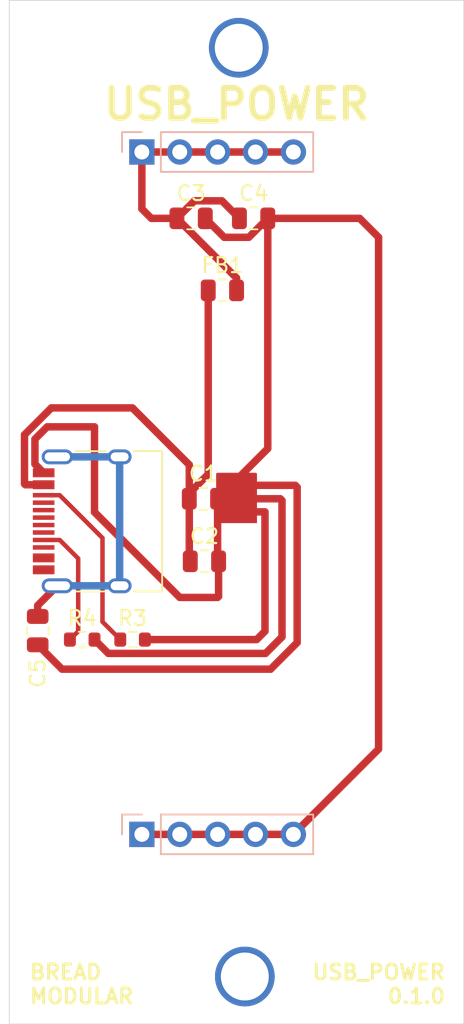
<source format=kicad_pcb>
(kicad_pcb (version 20240108) (generator "pcbnew") (generator_version "8.0")
  (layers (0 "F.Cu" signal) (31 "B.Cu" signal) (34 "B.Paste" user) (35 "F.Paste" user) (36 "B.SilkS" user "B.Silkscreen") (37 "F.SilkS" user "F.Silkscreen") (38 "B.Mask" user) (39 "F.Mask" user) (44 "Edge.Cuts" user))
  (net 0 "")
  (net 1 "GND")
  (net 2 "+5V")
  (net 3 "Net-(C1-Pad1)")
  (net 4 "Net-(J1-SHIELD)")
  (net 5 "Net-(J1-CC1)")
  (net 6 "Net-(J1-CC2)")
  (footprint "Capacitor_SMD:C_0805_2012Metric" (layer "F.Cu") (at 60.01 74.033)
    (property "Reference" "C1" (at 0 -1.68 0) (layer "F.SilkS"))
    (property "Value" "10uf")
    (fp_line (start -0.261252 -0.735) (end 0.261252 -0.735) (stroke (width 0.12)) (layer "F.SilkS"))
    (fp_line (start -0.261252 0.735) (end 0.261252 0.735) (stroke (width 0.12)) (layer "F.SilkS"))
    (pad "1" smd roundrect (at -0.95 0) (size 1 1.45) (layers "F.Cu" "F.Paste" "F.Mask") (net 3 "Net-(C1-Pad1)"))
    (pad "2" smd roundrect (at 0.95 0) (size 1 1.45) (layers "F.Cu" "F.Paste" "F.Mask") (net 1 "GND"))
  )
  (footprint "Resistor_SMD:R_0603_1608Metric" (layer "F.Cu") (at 55.2582 83.4698)
    (property "Reference" "R3" (at 0 -1.43 0) (layer "F.SilkS"))
    (property "Value" "5.1k")
    (fp_line (start -0.237258 -0.5225) (end 0.237258 -0.5225) (stroke (width 0.12)) (layer "F.SilkS"))
    (fp_line (start -0.237258 0.5225) (end 0.237258 0.5225) (stroke (width 0.12)) (layer "F.SilkS"))
    (pad "1" smd roundrect (at -0.825 0) (size 0.8 0.95) (layers "F.Cu" "F.Paste" "F.Mask") (net 6 "Net-(J1-CC2)"))
    (pad "2" smd roundrect (at 0.825 0) (size 0.8 0.95) (layers "F.Cu" "F.Paste" "F.Mask") (net 1 "GND"))
  )
  (footprint "Resistor_SMD:R_0603_1608Metric" (layer "F.Cu") (at 51.88 83.4698)
    (property "Reference" "R4" (at 0 -1.43 0) (layer "F.SilkS"))
    (property "Value" "5.1k")
    (fp_line (start -0.237258 -0.5225) (end 0.237258 -0.5225) (stroke (width 0.12)) (layer "F.SilkS"))
    (fp_line (start -0.237258 0.5225) (end 0.237258 0.5225) (stroke (width 0.12)) (layer "F.SilkS"))
    (pad "1" smd roundrect (at -0.825 0) (size 0.8 0.95) (layers "F.Cu" "F.Paste" "F.Mask") (net 5 "Net-(J1-CC1)"))
    (pad "2" smd roundrect (at 0.825 0) (size 0.8 0.95) (layers "F.Cu" "F.Paste" "F.Mask") (net 1 "GND"))
  )
  (footprint "Capacitor_SMD:C_0805_2012Metric" (layer "F.Cu") (at 48.895 82.87 -90)
    (property "Reference" "C5" (at 2.855 0 90) (layer "F.SilkS"))
    (property "Value" "10nf")
    (fp_line (start -0.261252 0.735) (end 0.261252 0.735) (stroke (width 0.12)) (layer "F.SilkS"))
    (fp_line (start -0.261252 -0.735) (end 0.261252 -0.735) (stroke (width 0.12)) (layer "F.SilkS"))
    (pad "1" smd roundrect (at -0.95 0 270) (size 1 1.45) (layers "F.Cu" "F.Paste" "F.Mask") (net 4 "Net-(J1-SHIELD)"))
    (pad "2" smd roundrect (at 0.95 0 270) (size 1 1.45) (layers "F.Cu" "F.Paste" "F.Mask") (net 1 "GND"))
  )
  (footprint "Capacitor_SMD:C_0805_2012Metric" (layer "F.Cu") (at 61.28 60.071)
    (property "Reference" "FB1" (at 0 -1.68 0) (layer "F.SilkS"))
    (property "Value" "GZ2012E800TF")
    (fp_line (start -0.261252 -0.735) (end 0.261252 -0.735) (stroke (width 0.12)) (layer "F.SilkS"))
    (fp_line (start -0.261252 0.735) (end 0.261252 0.735) (stroke (width 0.12)) (layer "F.SilkS"))
    (pad "1" smd roundrect (at -0.95 0) (size 1 1.45) (layers "F.Cu" "F.Paste" "F.Mask") (net 3 "Net-(C1-Pad1)"))
    (pad "2" smd roundrect (at 0.95 0) (size 1 1.45) (layers "F.Cu" "F.Paste" "F.Mask") (net 2 "+5V"))
  )
  (footprint "Capacitor_SMD:C_0805_2012Metric" (layer "F.Cu") (at 59.182 55.245)
    (property "Reference" "C3" (at 0 -1.68 0) (layer "F.SilkS"))
    (property "Value" "10uf")
    (fp_line (start -0.261252 -0.735) (end 0.261252 -0.735) (stroke (width 0.12)) (layer "F.SilkS"))
    (fp_line (start -0.261252 0.735) (end 0.261252 0.735) (stroke (width 0.12)) (layer "F.SilkS"))
    (pad "1" smd roundrect (at -0.95 0) (size 1 1.45) (layers "F.Cu" "F.Paste" "F.Mask") (net 2 "+5V"))
    (pad "2" smd roundrect (at 0.95 0) (size 1 1.45) (layers "F.Cu" "F.Paste" "F.Mask") (net 1 "GND"))
  )
  (footprint "Capacitor_SMD:C_0805_2012Metric" (layer "F.Cu") (at 60.076 78.224)
    (property "Reference" "C2" (at 0 -1.68 0) (layer "F.SilkS"))
    (property "Value" "0.1uf")
    (fp_line (start -0.261252 -0.735) (end 0.261252 -0.735) (stroke (width 0.12)) (layer "F.SilkS"))
    (fp_line (start -0.261252 0.735) (end 0.261252 0.735) (stroke (width 0.12)) (layer "F.SilkS"))
    (pad "1" smd roundrect (at -0.95 0) (size 1 1.45) (layers "F.Cu" "F.Paste" "F.Mask") (net 3 "Net-(C1-Pad1)"))
    (pad "2" smd roundrect (at 0.95 0) (size 1 1.45) (layers "F.Cu" "F.Paste" "F.Mask") (net 1 "GND"))
  )
  (footprint "Connector_USB:USB_C_Receptacle_HRO_TYPE-C-31-M-12" (layer "F.Cu") (at 53.34 75.545 90)
    (property "Reference" "J1")
    (property "Value" "USB_C_Receptacle_PowerOnly_6P")
    (fp_line (start 4.7 -1.9) (end 4.7 0.1) (stroke (width 0.12)) (layer "F.SilkS"))
    (fp_line (start -4.7 -1.9) (end -4.7 0.1) (stroke (width 0.12)) (layer "F.SilkS"))
    (fp_line (start 4.7 2) (end 4.7 3.9) (stroke (width 0.12)) (layer "F.SilkS"))
    (fp_line (start -4.7 2) (end -4.7 3.9) (stroke (width 0.12)) (layer "F.SilkS"))
    (fp_line (start -4.7 3.9) (end 4.7 3.9) (stroke (width 0.12)) (layer "F.SilkS"))
    (pad "" np_thru_hole circle (at -2.89 -2.6 90) (size 0.65 0.65) (drill 0.65) (layers "*.Cu" "*.Mask"))
    (pad "" np_thru_hole circle (at 2.89 -2.6 90) (size 0.65 0.65) (drill 0.65) (layers "*.Cu" "*.Mask"))
    (pad "A5" smd rect (at -1.25 -4.045 90) (size 0.3 1.45) (layers "F.Cu" "F.Paste" "F.Mask") (net 5 "Net-(J1-CC1)"))
    (pad "A6" smd rect (at -0.25 -4.045 90) (size 0.3 1.45) (layers "F.Cu" "F.Paste" "F.Mask"))
    (pad "A7" smd rect (at 0.25 -4.045 90) (size 0.3 1.45) (layers "F.Cu" "F.Paste" "F.Mask"))
    (pad "A8" smd rect (at 1.25 -4.045 90) (size 0.3 1.45) (layers "F.Cu" "F.Paste" "F.Mask"))
    (pad "A9" smd rect (at 2.45 -4.045 90) (size 0.6 1.45) (layers "F.Cu" "F.Paste" "F.Mask") (net 3 "Net-(C1-Pad1)"))
    (pad "A12" smd rect (at 3.25 -4.045 90) (size 0.6 1.45) (layers "F.Cu" "F.Paste" "F.Mask") (net 1 "GND"))
    (pad "B5" smd rect (at 1.75 -4.045 90) (size 0.3 1.45) (layers "F.Cu" "F.Paste" "F.Mask") (net 6 "Net-(J1-CC2)"))
    (pad "B6" smd rect (at 0.75 -4.045 90) (size 0.3 1.45) (layers "F.Cu" "F.Paste" "F.Mask"))
    (pad "B7" smd rect (at -0.75 -4.045 90) (size 0.3 1.45) (layers "F.Cu" "F.Paste" "F.Mask"))
    (pad "B8" smd rect (at -1.75 -4.045 90) (size 0.3 1.45) (layers "F.Cu" "F.Paste" "F.Mask"))
    (pad "B9" smd rect (at -2.45 -4.045 90) (size 0.6 1.45) (layers "F.Cu" "F.Paste" "F.Mask"))
    (pad "B12" smd rect (at -3.25 -4.045 90) (size 0.6 1.45) (layers "F.Cu" "F.Paste" "F.Mask"))
    (pad "S1" thru_hole oval (at -4.32 -3.13 90) (size 1 2.1) (drill oval 0.6 1.7) (layers "*.Cu" "*.Mask") (net 4 "Net-(J1-SHIELD)"))
    (pad "S1" thru_hole oval (at -4.32 1.05 90) (size 1 1.6) (drill oval 0.6 1.2) (layers "*.Cu" "*.Mask") (net 4 "Net-(J1-SHIELD)"))
    (pad "S1" thru_hole oval (at 4.32 -3.13 90) (size 1 2.1) (drill oval 0.6 1.7) (layers "*.Cu" "*.Mask") (net 4 "Net-(J1-SHIELD)"))
    (pad "S1" thru_hole oval (at 4.32 1.05 90) (size 1 1.6) (drill oval 0.6 1.2) (layers "*.Cu" "*.Mask") (net 4 "Net-(J1-SHIELD)"))
  )
  (footprint "Capacitor_SMD:C_0805_2012Metric" (layer "F.Cu") (at 63.373 55.245)
    (property "Reference" "C4" (at 0 -1.68 0) (layer "F.SilkS"))
    (property "Value" "0.1uf")
    (fp_line (start -0.261252 -0.735) (end 0.261252 -0.735) (stroke (width 0.12)) (layer "F.SilkS"))
    (fp_line (start -0.261252 0.735) (end 0.261252 0.735) (stroke (width 0.12)) (layer "F.SilkS"))
    (pad "1" smd roundrect (at -0.95 0) (size 1 1.45) (layers "F.Cu" "F.Paste" "F.Mask") (net 2 "+5V"))
    (pad "2" smd roundrect (at 0.95 0) (size 1 1.45) (layers "F.Cu" "F.Paste" "F.Mask") (net 1 "GND"))
  )
  (footprint "Connector_PinHeader_2.54mm:PinHeader_1x05_P2.54mm_Vertical" (layer "B.Cu") (at 55.88 96.52 -90)
    (property "Reference" "GND1" (hide yes))
    (property "Value" "Conn_01x05_Pin")
    (fp_line (start -1.33 1.33) (end -1.33 0) (stroke (width 0.12)) (layer "B.SilkS"))
    (fp_line (start 0 1.33) (end -1.33 1.33) (stroke (width 0.12)) (layer "B.SilkS"))
    (fp_line (start 1.33 -1.27) (end -1.33 -1.27) (stroke (width 0.12)) (layer "B.SilkS"))
    (fp_line (start -1.33 -11.49) (end -1.33 -1.27) (stroke (width 0.12)) (layer "B.SilkS"))
    (fp_line (start 1.33 -11.49) (end 1.33 -1.27) (stroke (width 0.12)) (layer "B.SilkS"))
    (fp_line (start 1.33 -11.49) (end -1.33 -11.49) (stroke (width 0.12)) (layer "B.SilkS"))
    (pad "1" thru_hole rect (at 0 0 270) (size 1.7 1.7) (drill 1) (layers "*.Cu" "*.Mask") (net 1 "GND"))
    (pad "2" thru_hole oval (at 0 -2.54 270) (size 1.7 1.7) (drill 1) (layers "*.Cu" "*.Mask") (net 1 "GND"))
    (pad "3" thru_hole oval (at 0 -5.08 270) (size 1.7 1.7) (drill 1) (layers "*.Cu" "*.Mask") (net 1 "GND"))
    (pad "4" thru_hole oval (at 0 -7.62 270) (size 1.7 1.7) (drill 1) (layers "*.Cu" "*.Mask") (net 1 "GND"))
    (pad "5" thru_hole oval (at 0 -10.16 270) (size 1.7 1.7) (drill 1) (layers "*.Cu" "*.Mask") (net 1 "GND"))
  )
  (footprint "Connector_PinHeader_2.54mm:PinHeader_1x05_P2.54mm_Vertical" (layer "B.Cu") (at 55.88 50.8 -90)
    (property "Reference" "5V1" (hide yes))
    (property "Value" "Conn_01x05_Pin")
    (fp_line (start -1.33 1.33) (end -1.33 0) (stroke (width 0.12)) (layer "B.SilkS"))
    (fp_line (start 0 1.33) (end -1.33 1.33) (stroke (width 0.12)) (layer "B.SilkS"))
    (fp_line (start 1.33 -1.27) (end -1.33 -1.27) (stroke (width 0.12)) (layer "B.SilkS"))
    (fp_line (start -1.33 -11.49) (end -1.33 -1.27) (stroke (width 0.12)) (layer "B.SilkS"))
    (fp_line (start 1.33 -11.49) (end 1.33 -1.27) (stroke (width 0.12)) (layer "B.SilkS"))
    (fp_line (start 1.33 -11.49) (end -1.33 -11.49) (stroke (width 0.12)) (layer "B.SilkS"))
    (pad "1" thru_hole rect (at 0 0 270) (size 1.7 1.7) (drill 1) (layers "*.Cu" "*.Mask") (net 2 "+5V"))
    (pad "2" thru_hole oval (at 0 -2.54 270) (size 1.7 1.7) (drill 1) (layers "*.Cu" "*.Mask") (net 2 "+5V"))
    (pad "3" thru_hole oval (at 0 -5.08 270) (size 1.7 1.7) (drill 1) (layers "*.Cu" "*.Mask") (net 2 "+5V"))
    (pad "4" thru_hole oval (at 0 -7.62 270) (size 1.7 1.7) (drill 1) (layers "*.Cu" "*.Mask") (net 2 "+5V"))
    (pad "5" thru_hole oval (at 0 -10.16 270) (size 1.7 1.7) (drill 1) (layers "*.Cu" "*.Mask") (net 2 "+5V"))
  )
  (gr_poly (pts (xy 60.96 72.39) (xy 63.5 72.39) (xy 63.5 75.565) (xy 60.96 75.565)) (stroke (width 0.2)) (fill solid) (layer "F.Cu") (net 1))
  (gr_line (start 46.99 109.22) (end 77.47 109.22) (stroke (width 0.05)) (layer "Edge.Cuts"))
  (gr_line (start 77.47 40.64) (end 46.99 40.64) (stroke (width 0.05)) (layer "Edge.Cuts"))
  (gr_line (start 46.99 40.64) (end 46.99 109.22) (stroke (width 0.05)) (layer "Edge.Cuts"))
  (gr_line (start 77.47 109.22) (end 77.47 40.64) (stroke (width 0.05)) (layer "Edge.Cuts"))
  (gr_text "USB_POWER\n0.1.0" (at 76.327 107.95 0) (layer "F.SilkS") (effects (font (size 1 1) (thickness 0.2) (bold yes)) (justify right bottom)))
  (gr_text "USB_POWER" (at 62.23 48.768 0) (layer "F.SilkS") (effects (font (size 2 2) (thickness 0.4) (bold yes)) (justify bottom)))
  (gr_text "BREAD\nMODULAR" (at 48.26 107.95 0) (layer "F.SilkS") (effects (font (size 1 1) (thickness 0.2) (bold yes)) (justify left bottom)))
  (via (at 62.37758 43.815) (size 4) (drill 3.2) (layers "F.Cu" "B.Cu") (net 0))
  (via (at 62.784908 106.045) (size 4) (drill 3.2) (layers "F.Cu" "B.Cu") (net 0))
  (via (at 62.37758 43.815) (size 4) (drill 3.2) (layers "F.Cu" "B.Cu") (net 0))
  (via (at 62.784908 106.045) (size 4) (drill 3.2) (layers "F.Cu" "B.Cu") (net 0))
  (via (at 62.784908 106.045) (size 4) (drill 3.2) (layers "F.Cu" "B.Cu") (net 0))
  (via (at 62.784908 106.045) (size 4) (drill 3.2) (layers "F.Cu" "B.Cu") (net 0))
  (via (at 62.37758 43.815) (size 4) (drill 3.2) (layers "F.Cu" "B.Cu") (net 0))
  (via (at 62.37758 43.815) (size 4) (drill 3.2) (layers "F.Cu" "B.Cu") (net 0))
  (segment (start 49.53 69.215) (end 52.705 69.215) (width 0.5) (layer "F.Cu") (net 1))
  (segment (start 50.526 85.451) (end 64.516 85.451) (width 0.5) (layer "F.Cu") (net 1))
  (segment (start 64.323 70.67) (end 60.96 74.033) (width 0.5) (layer "F.Cu") (net 1))
  (segment (start 55.88 96.52) (end 66.04 96.52) (width 0.5) (layer "F.Cu") (net 1))
  (segment (start 60.96 74.033) (end 60.96 78.158) (width 0.5) (layer "F.Cu") (net 1))
  (segment (start 64.323 55.245) (end 70.485 55.245) (width 0.5) (layer "F.Cu") (net 1))
  (segment (start 61.861 73.132) (end 60.96 74.033) (width 0.5) (layer "F.Cu") (net 1))
  (segment (start 64.1752 84.3948) (end 65.278 83.292) (width 0.5) (layer "F.Cu") (net 1))
  (segment (start 64.516 85.451) (end 66.294 83.673) (width 0.5) (layer "F.Cu") (net 1))
  (segment (start 61.402 56.515) (end 63.053 56.515) (width 0.5) (layer "F.Cu") (net 1))
  (segment (start 63.053 56.515) (end 64.323 55.245) (width 0.5) (layer "F.Cu") (net 1))
  (segment (start 53.63 84.3948) (end 64.1752 84.3948) (width 0.5) (layer "F.Cu") (net 1))
  (segment (start 65.278 83.292) (end 65.278 74.148) (width 0.5) (layer "F.Cu") (net 1))
  (segment (start 60.96 80.645) (end 61.026 80.579) (width 0.5) (layer "F.Cu") (net 1))
  (segment (start 65.163 74.033) (end 60.96 74.033) (width 0.5) (layer "F.Cu") (net 1))
  (segment (start 60.132 55.245) (end 61.402 56.515) (width 0.5) (layer "F.Cu") (net 1))
  (segment (start 64.323 55.245) (end 64.323 70.67) (width 0.5) (layer "F.Cu") (net 1))
  (segment (start 58.42 80.645) (end 60.96 80.645) (width 0.5) (layer "F.Cu") (net 1))
  (segment (start 64.135 74.91) (end 61.837 74.91) (width 0.5) (layer "F.Cu") (net 1))
  (segment (start 70.485 55.245) (end 71.755 56.515) (width 0.5) (layer "F.Cu") (net 1))
  (segment (start 65.278 74.148) (end 65.163 74.033) (width 0.5) (layer "F.Cu") (net 1))
  (segment (start 52.705 83.4698) (end 53.63 84.3948) (width 0.5) (layer "F.Cu") (net 1))
  (segment (start 48.71 71.71) (end 48.71 70.035) (width 0.5) (layer "F.Cu") (net 1))
  (segment (start 71.755 90.805) (end 66.04 96.52) (width 0.5) (layer "F.Cu") (net 1))
  (segment (start 64.135 82.911) (end 64.135 74.91) (width 0.5) (layer "F.Cu") (net 1))
  (segment (start 52.705 74.93) (end 58.42 80.645) (width 0.5) (layer "F.Cu") (net 1))
  (segment (start 61.837 74.91) (end 60.96 74.033) (width 0.5) (layer "F.Cu") (net 1))
  (segment (start 52.705 69.215) (end 52.705 74.93) (width 0.5) (layer "F.Cu") (net 1))
  (segment (start 66.294 73.259) (end 66.167 73.132) (width 0.5) (layer "F.Cu") (net 1))
  (segment (start 66.167 73.132) (end 61.861 73.132) (width 0.5) (layer "F.Cu") (net 1))
  (segment (start 56.0832 83.4698) (end 63.5762 83.4698) (width 0.5) (layer "F.Cu") (net 1))
  (segment (start 61.026 80.579) (end 61.026 78.224) (width 0.5) (layer "F.Cu") (net 1))
  (segment (start 48.71 70.035) (end 49.53 69.215) (width 0.5) (layer "F.Cu") (net 1))
  (segment (start 48.895 83.82) (end 50.526 85.451) (width 0.5) (layer "F.Cu") (net 1))
  (segment (start 66.294 83.673) (end 66.294 73.259) (width 0.5) (layer "F.Cu") (net 1))
  (segment (start 60.96 78.158) (end 61.026 78.224) (width 0.5) (layer "F.Cu") (net 1))
  (segment (start 63.5762 83.4698) (end 64.135 82.911) (width 0.5) (layer "F.Cu") (net 1))
  (segment (start 49.295 72.295) (end 48.71 71.71) (width 0.5) (layer "F.Cu") (net 1))
  (segment (start 71.755 56.515) (end 71.755 90.805) (width 0.5) (layer "F.Cu") (net 1))
  (segment (start 61.248 54.07) (end 62.423 55.245) (width 0.5) (layer "F.Cu") (net 2))
  (segment (start 58.232 55.245) (end 59.407 54.07) (width 0.5) (layer "F.Cu") (net 2))
  (segment (start 62.23 59.243) (end 58.232 55.245) (width 0.5) (layer "F.Cu") (net 2))
  (segment (start 59.407 54.07) (end 61.248 54.07) (width 0.5) (layer "F.Cu") (net 2))
  (segment (start 55.88 50.8) (end 66.04 50.8) (width 0.5) (layer "F.Cu") (net 2))
  (segment (start 62.23 60.071) (end 62.23 59.243) (width 0.5) (layer "F.Cu") (net 2))
  (segment (start 55.88 54.61) (end 56.515 55.245) (width 0.5) (layer "F.Cu") (net 2))
  (segment (start 56.515 55.245) (end 58.232 55.245) (width 0.5) (layer "F.Cu") (net 2))
  (segment (start 55.88 50.8) (end 55.88 54.61) (width 0.5) (layer "F.Cu") (net 2))
  (segment (start 48.07 73.095) (end 48.01 73.035) (width 0.5) (layer "F.Cu") (net 3))
  (segment (start 59.06 74.033) (end 59.06 78.158) (width 0.5) (layer "F.Cu") (net 3))
  (segment (start 59.06 74.033) (end 59.06 73.66) (width 0.5) (layer "F.Cu") (net 3))
  (segment (start 59.06 73.66) (end 60.33 72.39) (width 0.5) (layer "F.Cu") (net 3))
  (segment (start 60.33 72.39) (end 60.33 60.071) (width 0.5) (layer "F.Cu") (net 3))
  (segment (start 48.01 69.74505) (end 49.81005 67.945) (width 0.5) (layer "F.Cu") (net 3))
  (segment (start 59.06 71.76) (end 59.06 74.033) (width 0.5) (layer "F.Cu") (net 3))
  (segment (start 59.06 78.158) (end 59.126 78.224) (width 0.5) (layer "F.Cu") (net 3))
  (segment (start 48.01 73.035) (end 48.01 69.74505) (width 0.5) (layer "F.Cu") (net 3))
  (segment (start 49.81005 67.945) (end 55.245 67.945) (width 0.5) (layer "F.Cu") (net 3))
  (segment (start 49.295 73.095) (end 48.07 73.095) (width 0.5) (layer "F.Cu") (net 3))
  (segment (start 55.245 67.945) (end 59.06 71.76) (width 0.5) (layer "F.Cu") (net 3))
  (segment (start 48.895 81.92) (end 48.895 81.18) (width 0.5) (layer "F.Cu") (net 4))
  (segment (start 48.895 81.18) (end 50.21 79.865) (width 0.5) (layer "F.Cu") (net 4))
  (segment (start 54.39 79.865) (end 50.21 79.865) (width 0.5) (layer "B.Cu") (net 4))
  (segment (start 54.39 71.225) (end 54.39 79.865) (width 0.5) (layer "B.Cu") (net 4))
  (segment (start 50.21 71.225) (end 54.39 71.225) (width 0.5) (layer "B.Cu") (net 4))
  (segment (start 51.61 82.9148) (end 51.61 78.035) (width 0.3) (layer "F.Cu") (net 5))
  (segment (start 51.61 78.035) (end 50.37 76.795) (width 0.3) (layer "F.Cu") (net 5))
  (segment (start 51.055 83.4698) (end 51.61 82.9148) (width 0.3) (layer "F.Cu") (net 5))
  (segment (start 50.37 76.795) (end 49.295 76.795) (width 0.3) (layer "F.Cu") (net 5))
  (segment (start 53.24 82.2766) (end 53.24 76.665) (width 0.3) (layer "F.Cu") (net 6))
  (segment (start 54.4332 83.4698) (end 53.24 82.2766) (width 0.3) (layer "F.Cu") (net 6))
  (segment (start 50.37 73.795) (end 49.295 73.795) (width 0.3) (layer "F.Cu") (net 6))
  (segment (start 53.24 76.665) (end 50.37 73.795) (width 0.3) (layer "F.Cu") (net 6))
)
</source>
